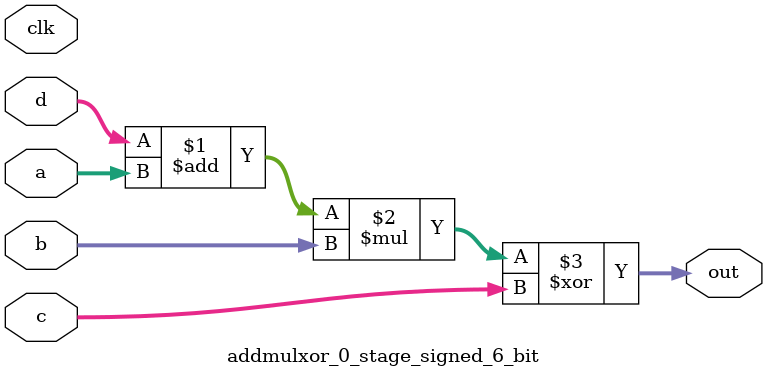
<source format=sv>
(* use_dsp = "yes" *) module addmulxor_0_stage_signed_6_bit(
	input signed [5:0] a,
	input signed [5:0] b,
	input signed [5:0] c,
	input signed [5:0] d,
	output [5:0] out,
	input clk);

	assign out = ((d + a) * b) ^ c;
endmodule

</source>
